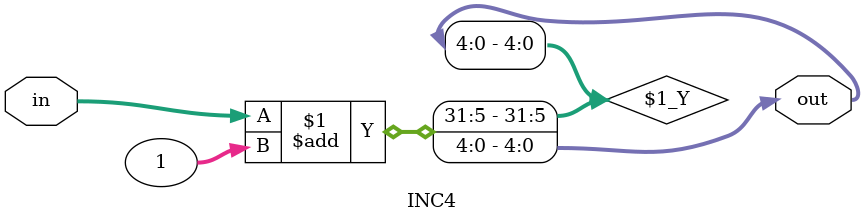
<source format=v>
module INC4 #(parameter SIZE = 4) (input [SIZE-1:0] in, output [SIZE:0] out);
assign out = in + 1;
endmodule
</source>
